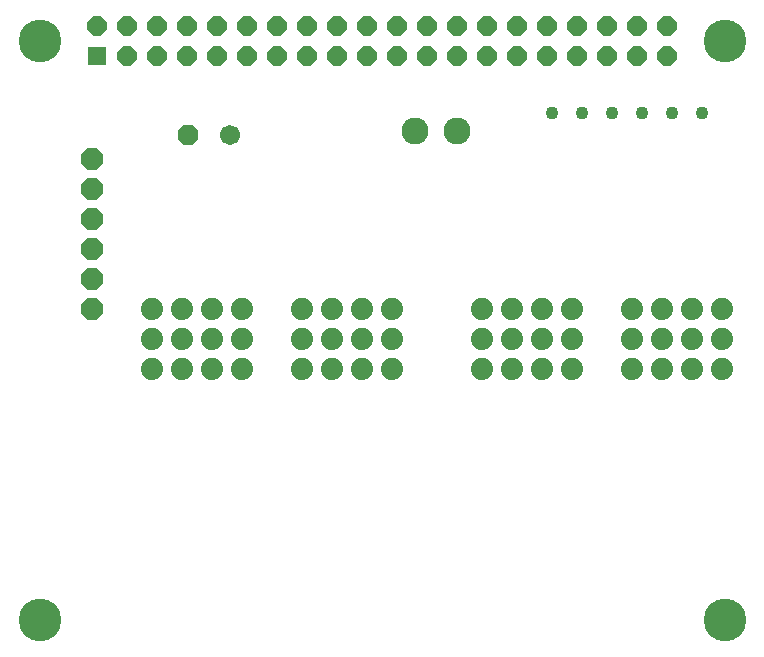
<source format=gbr>
G04 EAGLE Gerber RS-274X export*
G75*
%MOMM*%
%FSLAX34Y34*%
%LPD*%
%INSoldermask Bottom*%
%IPPOS*%
%AMOC8*
5,1,8,0,0,1.08239X$1,22.5*%
G01*
%ADD10C,2.286000*%
%ADD11C,3.617600*%
%ADD12P,1.842011X8X202.500000*%
%ADD13C,1.701800*%
%ADD14P,2.034460X8X202.500000*%
%ADD15C,1.879600*%
%ADD16C,1.101600*%
%ADD17R,1.625600X1.625600*%
%ADD18P,1.759533X8X22.500000*%


D10*
X353150Y449090D03*
X388150Y449090D03*
D11*
X615000Y525000D03*
X35000Y525000D03*
X35000Y35000D03*
X615000Y35000D03*
D12*
X160330Y445280D03*
D13*
X195890Y445280D03*
D14*
X79050Y297960D03*
X79050Y323360D03*
X79050Y348760D03*
X79050Y374160D03*
X79050Y399560D03*
X79050Y424960D03*
D15*
X333050Y297960D03*
X333050Y272560D03*
X307650Y297960D03*
X307650Y272560D03*
X282250Y297960D03*
X282250Y272560D03*
X256850Y297960D03*
X256850Y272560D03*
X333050Y247160D03*
X307650Y247160D03*
X282250Y247160D03*
X256850Y247160D03*
X206050Y297960D03*
X206050Y272560D03*
X180650Y297960D03*
X180650Y272560D03*
X155250Y297960D03*
X155250Y272560D03*
X129850Y297960D03*
X129850Y272560D03*
X206050Y247160D03*
X180650Y247160D03*
X155250Y247160D03*
X129850Y247160D03*
X612450Y297960D03*
X612450Y272560D03*
X587050Y297960D03*
X587050Y272560D03*
X561650Y297960D03*
X561650Y272560D03*
X536250Y297960D03*
X536250Y272560D03*
X612450Y247160D03*
X587050Y247160D03*
X561650Y247160D03*
X536250Y247160D03*
X485450Y297960D03*
X485450Y272560D03*
X460050Y297960D03*
X460050Y272560D03*
X434650Y297960D03*
X434650Y272560D03*
X409250Y297960D03*
X409250Y272560D03*
X485450Y247160D03*
X460050Y247160D03*
X434650Y247160D03*
X409250Y247160D03*
D16*
X468940Y464330D03*
X494340Y464330D03*
X519740Y464330D03*
X545140Y464330D03*
X570540Y464330D03*
X595940Y464330D03*
D17*
X83700Y512300D03*
D18*
X109100Y512300D03*
X134500Y512300D03*
X159900Y512300D03*
X185300Y512300D03*
X210700Y512300D03*
X83700Y537700D03*
X109100Y537700D03*
X134500Y537700D03*
X159900Y537700D03*
X185300Y537700D03*
X210700Y537700D03*
X236100Y512300D03*
X236100Y537700D03*
X261500Y512300D03*
X286900Y512300D03*
X312300Y512300D03*
X337700Y512300D03*
X363100Y512300D03*
X388500Y512300D03*
X261500Y537700D03*
X286900Y537700D03*
X312300Y537700D03*
X337700Y537700D03*
X363100Y537700D03*
X388500Y537700D03*
X413900Y512300D03*
X413900Y537700D03*
X439300Y512300D03*
X464700Y512300D03*
X490100Y512300D03*
X515500Y512300D03*
X540900Y512300D03*
X566300Y512300D03*
X439300Y537700D03*
X464700Y537700D03*
X490100Y537700D03*
X515500Y537700D03*
X540900Y537700D03*
X566300Y537700D03*
M02*

</source>
